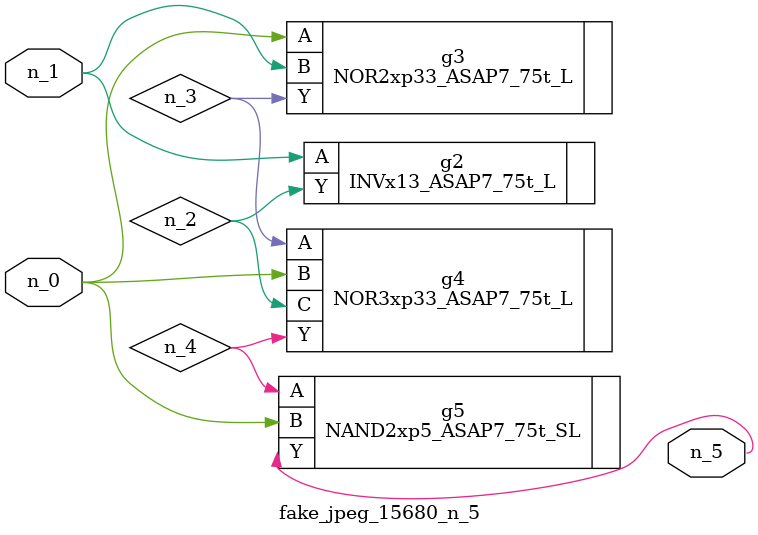
<source format=v>
module fake_jpeg_15680_n_5 (n_0, n_1, n_5);

input n_0;
input n_1;

output n_5;

wire n_2;
wire n_3;
wire n_4;

INVx13_ASAP7_75t_L g2 ( 
.A(n_1),
.Y(n_2)
);

NOR2xp33_ASAP7_75t_L g3 ( 
.A(n_0),
.B(n_1),
.Y(n_3)
);

NOR3xp33_ASAP7_75t_L g4 ( 
.A(n_3),
.B(n_0),
.C(n_2),
.Y(n_4)
);

NAND2xp5_ASAP7_75t_SL g5 ( 
.A(n_4),
.B(n_0),
.Y(n_5)
);


endmodule
</source>
